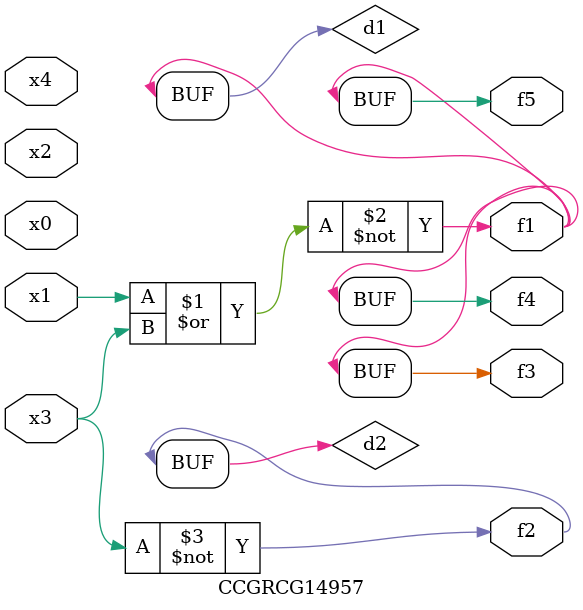
<source format=v>
module CCGRCG14957(
	input x0, x1, x2, x3, x4,
	output f1, f2, f3, f4, f5
);

	wire d1, d2;

	nor (d1, x1, x3);
	not (d2, x3);
	assign f1 = d1;
	assign f2 = d2;
	assign f3 = d1;
	assign f4 = d1;
	assign f5 = d1;
endmodule

</source>
